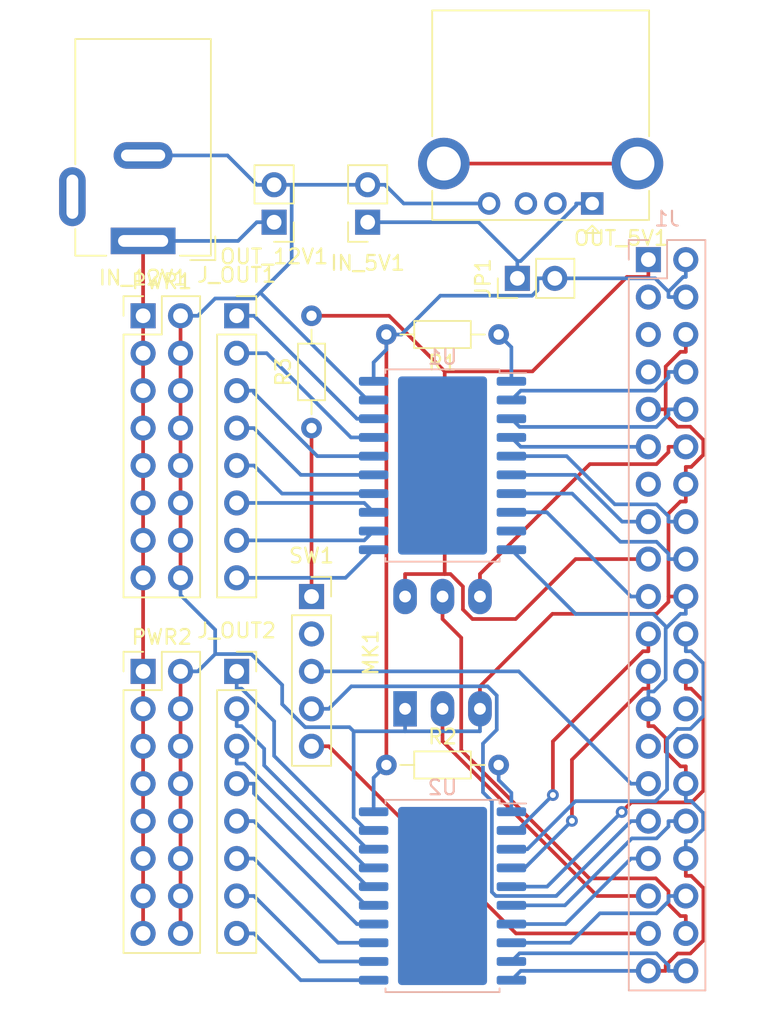
<source format=kicad_pcb>
(kicad_pcb (version 20221018) (generator pcbnew)
  (layers (0 "F.Cu" signal) (31 "B.Cu" signal) (34 "B.Paste" user) (35 "F.Paste" user) (36 "B.SilkS" user "B.Silkscreen") (37 "F.SilkS" user "F.Silkscreen") (38 "B.Mask" user) (39 "F.Mask" user) (44 "Edge.Cuts" user))
  (net 0 "")
  (net 1 "GND")
  (net 2 "Net-(J1-Pad3)")
  (net 3 "VCC")
  (net 4 "Net-(J1-Pad5)")
  (net 5 "/SMI_SD13")
  (net 6 "/I2S_SD")
  (net 7 "/SEL_MODE3")
  (net 8 "/SMI_SD8")
  (net 9 "/I2S_WS")
  (net 10 "/SMI_SD5")
  (net 11 "/SMI_SD4")
  (net 12 "/SEL_MODE2")
  (net 13 "/SEL_MODE1")
  (net 14 "/SMI_SD0")
  (net 15 "/SMI_SD3")
  (net 16 "/SMI_SD17")
  (net 17 "/SMI_SD1")
  (net 18 "/SMI_SD2")
  (net 19 "/SMI_SD16")
  (net 20 "+3V3")
  (net 21 "/SMI_SD15")
  (net 22 "/SMI_SD14")
  (net 23 "/I2S_CLK")
  (net 24 "/SMI_SD9")
  (net 25 "/SMI_SD7")
  (net 26 "/SMI_SD6")
  (net 27 "+5V")
  (net 28 "+12V")
  (net 29 "Net-(R3-Pad1)")
  (net 30 "/SEL_MODE0")
  (net 31 "Net-(J1-Pad7)")
  (net 32 "Net-(J1-Pad13)")
  (net 33 "Net-(J1-Pad26)")
  (net 34 "Net-(J1-Pad27)")
  (net 35 "Net-(J1-Pad28)")
  (net 36 "Net-(J_OUT1-Pad1)")
  (net 37 "Net-(J_OUT1-Pad2)")
  (net 38 "Net-(J_OUT1-Pad3)")
  (net 39 "Net-(J_OUT1-Pad4)")
  (net 40 "Net-(J_OUT1-Pad5)")
  (net 41 "Net-(J_OUT1-Pad6)")
  (net 42 "Net-(J_OUT1-Pad7)")
  (net 43 "Net-(J_OUT1-Pad8)")
  (net 44 "Net-(J_OUT2-Pad1)")
  (net 45 "Net-(J_OUT2-Pad2)")
  (net 46 "Net-(J_OUT2-Pad3)")
  (net 47 "Net-(J_OUT2-Pad4)")
  (net 48 "Net-(J_OUT2-Pad5)")
  (net 49 "Net-(J_OUT2-Pad6)")
  (net 50 "Net-(J_OUT2-Pad7)")
  (net 51 "Net-(J_OUT2-Pad8)")
  (net 52 "Net-(OUT_5V1-Pad3)")
  (net 53 "Net-(OUT_5V1-Pad2)")
  (net 54 "Net-(OUT_5V1-Pad5)")
  (net 55 "Net-(R1-Pad1)")
  (net 56 "Net-(R2-Pad2)")
  (net 57 "Net-(U1-Pad9)")
  (footprint "Connector_USB:USB_A_CONNFLY_DS1095-WNR0" (layer "F.Cu") (at 133.35 92.71 180)
    (fp_text reference "OUT_5V1")
    (fp_text value "USB_A")
  )
  (footprint "Connector_PinSocket_2.54mm:PinSocket_1x02_P2.54mm_Vertical" (layer "F.Cu") (at 118.11 93.98 180)
    (fp_text reference "IN_5V1")
    (fp_text value "Conn_01x02_Female")
  )
  (footprint "Connector_PinHeader_2.54mm:PinHeader_1x02_P2.54mm_Vertical" (layer "F.Cu") (at 111.76 93.98 180)
    (fp_text reference "OUT_12V1")
    (fp_text value "Conn_01x02_Male")
  )
  (footprint "Connector_BarrelJack:BarrelJack_Wuerth_6941xx301002" (layer "F.Cu") (at 102.87 95.25 180)
    (fp_text reference "IN_12V1")
    (fp_text value "Jack-DC")
  )
  (footprint "LedBarsHat:Led_Power_Bus" (layer "F.Cu") (at 102.87 124.46)
    (fp_text reference "PWR2")
    (fp_text value "Conn_02x08_Row_Letter_Last")
  )
  (footprint "LedBarsHat:Led_Signal_Bus" (layer "F.Cu") (at 109.22 100.33)
    (fp_text reference "J_OUT1")
    (fp_text value "Conn_01x08_Female")
  )
  (footprint "LedBarsHat:Led_Signal_Bus" (layer "F.Cu") (at 109.22 124.46)
    (fp_text reference "J_OUT2")
    (fp_text value "Conn_01x08_Female")
  )
  (footprint "LedBarsHat:Led_Power_Bus" (layer "F.Cu") (at 102.87 100.33)
    (fp_text reference "PWR1")
    (fp_text value "Conn_02x08_Row_Letter_Last")
  )
  (footprint "Connector_PinHeader_2.54mm:PinHeader_1x02_P2.54mm_Vertical" (layer "F.Cu") (at 128.27 97.79 90)
    (fp_text reference "JP1")
    (fp_text value "Jumper")
  )
  (footprint "LedBarsHat:I2S_MEMS_Microphone" (layer "F.Cu") (at 120.65 127 90)
    (fp_text reference "MK1")
    (fp_text value "MP45DT02")
  )
  (footprint "Resistor_THT:R_Axial_DIN0204_L3.6mm_D1.6mm_P7.62mm_Horizontal" (layer "F.Cu") (at 119.38 130.81)
    (fp_text reference "R2")
    (fp_text value "R")
  )
  (footprint "Resistor_THT:R_Axial_DIN0204_L3.6mm_D1.6mm_P7.62mm_Horizontal" (layer "F.Cu") (at 127 101.6 180)
    (fp_text reference "R1")
    (fp_text value "R")
  )
  (footprint "Resistor_THT:R_Axial_DIN0204_L3.6mm_D1.6mm_P7.62mm_Horizontal" (layer "F.Cu") (at 114.3 107.95 90)
    (fp_text reference "R3")
    (fp_text value "R")
  )
  (footprint "Connector_PinSocket_2.54mm:PinSocket_1x05_P2.54mm_Vertical" (layer "F.Cu") (at 114.3 119.38)
    (fp_text reference "SW1")
    (fp_text value "SW_Coded")
  )
  (footprint "Connector_PinSocket_2.54mm:PinSocket_2x20_P2.54mm_Vertical" (layer "B.Cu") (at 137.16 96.52 180)
    (fp_text reference "J1")
    (fp_text value "Raspberry_Pi_2_3")
  )
  (footprint "Package_SO:SO-20-1EP_7.52x12.825mm_P1.27mm_EP6.045x12.09mm_Mask3.56x4.47mm" (layer "B.Cu") (at 123.19 139.7 180)
    (fp_text reference "U2")
    (fp_text value "74HCT245")
  )
  (footprint "Package_SO:SO-20-1EP_7.52x12.825mm_P1.27mm_EP6.045x12.09mm_Mask3.56x4.47mm" (layer "B.Cu") (at 123.19 110.49 180)
    (fp_text reference "U1")
    (fp_text value "74HCT245")
  )
  (segment (start 138.525 119.747) (end 138.525 119.38) (width 0.25) (layer "F.Cu") (net 1))
  (segment (start 105.41 142.24) (end 105.41 139.7) (width 0.25) (layer "F.Cu") (net 1))
  (segment (start 105.41 113.03) (end 105.41 110.49) (width 0.25) (layer "F.Cu") (net 1))
  (segment (start 137.717 120.555) (end 138.525 119.747) (width 0.25) (layer "F.Cu") (net 1))
  (segment (start 140.002 107.855) (end 139.143 107.855) (width 0.25) (layer "F.Cu") (net 1))
  (segment (start 140.887 108.741) (end 140.002 107.855) (width 0.25) (layer "F.Cu") (net 1))
  (segment (start 139.333 112.935) (end 139.7 112.935) (width 0.25) (layer "F.Cu") (net 1))
  (segment (start 139.7 112.935) (end 139.7 111.76) (width 0.25) (layer "F.Cu") (net 1))
  (segment (start 139.333 130.905) (end 138.335 129.907) (width 0.25) (layer "F.Cu") (net 1))
  (segment (start 105.41 132.08) (end 105.41 129.54) (width 0.25) (layer "F.Cu") (net 1))
  (segment (start 140.067 138.335) (end 140.893 139.161) (width 0.25) (layer "F.Cu") (net 1))
  (segment (start 140.887 109.765) (end 140.887 108.741) (width 0.25) (layer "F.Cu") (net 1))
  (segment (start 139.333 102.775) (end 139.7 102.775) (width 0.25) (layer "F.Cu") (net 1))
  (segment (start 139.143 143.605) (end 138.335 144.413) (width 0.25) (layer "F.Cu") (net 1))
  (segment (start 140.067 110.585) (end 140.887 109.765) (width 0.25) (layer "F.Cu") (net 1))
  (segment (start 105.41 134.62) (end 105.41 132.08) (width 0.25) (layer "F.Cu") (net 1))
  (segment (start 130.649 120.555) (end 137.717 120.555) (width 0.25) (layer "F.Cu") (net 1))
  (segment (start 139.7 137.16) (end 139.7 138.335) (width 0.25) (layer "F.Cu") (net 1))
  (segment (start 138.335 106.68) (end 138.335 103.773) (width 0.25) (layer "F.Cu") (net 1))
  (segment (start 139.7 138.335) (end 140.067 138.335) (width 0.25) (layer "F.Cu") (net 1))
  (segment (start 138.335 129.907) (end 138.335 128.983) (width 0.25) (layer "F.Cu") (net 1))
  (segment (start 105.41 110.49) (end 105.41 107.95) (width 0.25) (layer "F.Cu") (net 1))
  (segment (start 138.335 128.983) (end 137.527 128.175) (width 0.25) (layer "F.Cu") (net 1))
  (segment (start 105.41 129.54) (end 105.41 127) (width 0.25) (layer "F.Cu") (net 1))
  (segment (start 137.527 128.175) (end 137.16 128.175) (width 0.25) (layer "F.Cu") (net 1))
  (segment (start 105.41 139.7) (end 105.41 137.16) (width 0.25) (layer "F.Cu") (net 1))
  (segment (start 105.41 137.16) (end 105.41 134.62) (width 0.25) (layer "F.Cu") (net 1))
  (segment (start 138.525 119.38) (end 138.525 113.743) (width 0.25) (layer "F.Cu") (net 1))
  (segment (start 105.41 127) (end 105.41 124.46) (width 0.25) (layer "F.Cu") (net 1))
  (segment (start 138.335 144.413) (end 138.335 144.78) (width 0.25) (layer "F.Cu") (net 1))
  (segment (start 139.7 110.585) (end 140.067 110.585) (width 0.25) (layer "F.Cu") (net 1))
  (segment (start 125.73 125.475) (end 130.649 120.555) (width 0.25) (layer "F.Cu") (net 1))
  (segment (start 140.893 142.721) (end 140.009 143.605) (width 0.25) (layer "F.Cu") (net 1))
  (segment (start 138.335 144.78) (end 137.16 144.78) (width 0.25) (layer "F.Cu") (net 1))
  (segment (start 139.143 107.855) (end 138.335 107.047) (width 0.25) (layer "F.Cu") (net 1))
  (segment (start 105.41 115.57) (end 105.41 113.03) (width 0.25) (layer "F.Cu") (net 1))
  (segment (start 105.41 102.87) (end 105.41 100.33) (width 0.25) (layer "F.Cu") (net 1))
  (segment (start 140.009 143.605) (end 139.143 143.605) (width 0.25) (layer "F.Cu") (net 1))
  (segment (start 139.7 130.905) (end 139.333 130.905) (width 0.25) (layer "F.Cu") (net 1))
  (segment (start 105.41 118.11) (end 105.41 115.57) (width 0.25) (layer "F.Cu") (net 1))
  (segment (start 139.7 102.775) (end 139.7 101.6) (width 0.25) (layer "F.Cu") (net 1))
  (segment (start 105.41 105.41) (end 105.41 102.87) (width 0.25) (layer "F.Cu") (net 1))
  (segment (start 137.16 106.68) (end 138.335 106.68) (width 0.25) (layer "F.Cu") (net 1))
  (segment (start 139.7 111.76) (end 139.7 110.585) (width 0.25) (layer "F.Cu") (net 1))
  (segment (start 105.41 107.95) (end 105.41 105.41) (width 0.25) (layer "F.Cu") (net 1))
  (segment (start 138.335 103.773) (end 139.333 102.775) (width 0.25) (layer "F.Cu") (net 1))
  (segment (start 138.335 107.047) (end 138.335 106.68) (width 0.25) (layer "F.Cu") (net 1))
  (segment (start 139.7 119.38) (end 138.525 119.38) (width 0.25) (layer "F.Cu") (net 1))
  (segment (start 139.7 132.08) (end 139.7 130.905) (width 0.25) (layer "F.Cu") (net 1))
  (segment (start 137.16 128.175) (end 137.16 127) (width 0.25) (layer "F.Cu") (net 1))
  (segment (start 125.73 127) (end 125.73 125.475) (width 0.25) (layer "F.Cu") (net 1))
  (segment (start 140.893 139.161) (end 140.893 142.721) (width 0.25) (layer "F.Cu") (net 1))
  (segment (start 138.525 113.743) (end 139.333 112.935) (width 0.25) (layer "F.Cu") (net 1))
  (segment (start 102.87 89.45) (end 108.595 89.45) (width 0.25) (layer "B.Cu") (net 1))
  (segment (start 137.16 125.825) (end 137.527 125.825) (width 0.25) (layer "B.Cu") (net 1))
  (segment (start 139.7 119.38) (end 139.7 120.555) (width 0.25) (layer "B.Cu") (net 1))
  (segment (start 105.41 124.46) (end 106.585 124.46) (width 0.25) (layer "B.Cu") (net 1))
  (segment (start 140.875 134.063) (end 140.875 135.177) (width 0.25) (layer "B.Cu") (net 1))
  (segment (start 110.211 123.285) (end 112.308 125.381) (width 0.25) (layer "B.Cu") (net 1))
  (segment (start 105.41 119.285) (end 107.761 121.636) (width 0.25) (layer "B.Cu") (net 1))
  (segment (start 112.308 126.685) (end 113.869 128.246) (width 0.25) (layer "B.Cu") (net 1))
  (segment (start 117.156 128.525) (end 120.65 128.525) (width 0.25) (layer "B.Cu") (net 1))
  (segment (start 138.408 121.48) (end 137.494 120.566) (width 0.25) (layer "B.Cu") (net 1))
  (segment (start 116.877 128.246) (end 117.156 128.525) (width 0.25) (layer "B.Cu") (net 1))
  (segment (start 120.555 92.71) (end 119.285 91.44) (width 0.25) (layer "B.Cu") (net 1))
  (segment (start 118.038 135.255) (end 118.515 135.255) (width 0.25) (layer "B.Cu") (net 1))
  (segment (start 140.875 135.177) (end 140.067 135.985) (width 0.25) (layer "B.Cu") (net 1))
  (segment (start 106.585 100.33) (end 107.761 99.1546) (width 0.25) (layer "B.Cu") (net 1))
  (segment (start 132.226 120.566) (end 127.865 116.205) (width 0.25) (layer "B.Cu") (net 1))
  (segment (start 138.335 125.017) (end 138.335 121.553) (width 0.25) (layer "B.Cu") (net 1))
  (segment (start 137.527 125.825) (end 138.335 125.017) (width 0.25) (layer "B.Cu") (net 1))
  (segment (start 110.417 99.1546) (end 110.816 98.7557) (width 0.25) (layer "B.Cu") (net 1))
  (segment (start 106.585 124.46) (end 107.761 123.285) (width 0.25) (layer "B.Cu") (net 1))
  (segment (start 112.951 91.44) (end 111.76 91.44) (width 0.25) (layer "B.Cu") (net 1))
  (segment (start 105.41 100.33) (end 106.585 100.33) (width 0.25) (layer "B.Cu") (net 1))
  (segment (start 125.73 128.525) (end 125.73 127) (width 0.25) (layer "B.Cu") (net 1))
  (segment (start 128.5 144.78) (end 127.865 145.415) (width 0.25) (layer "B.Cu") (net 1))
  (segment (start 137.494 120.566) (end 132.226 120.566) (width 0.25) (layer "B.Cu") (net 1))
  (segment (start 126.35 92.71) (end 120.555 92.71) (width 0.25) (layer "B.Cu") (net 1))
  (segment (start 117.156 128.525) (end 117.156 134.373) (width 0.25) (layer "B.Cu") (net 1))
  (segment (start 139.333 120.555) (end 138.408 121.48) (width 0.25) (layer "B.Cu") (net 1))
  (segment (start 108.595 89.45) (end 110.585 91.44) (width 0.25) (layer "B.Cu") (net 1))
  (segment (start 139.7 120.555) (end 139.333 120.555) (width 0.25) (layer "B.Cu") (net 1))
  (segment (start 138.335 121.553) (end 138.408 121.48) (width 0.25) (layer "B.Cu") (net 1))
  (segment (start 119.285 91.44) (end 118.11 91.44) (width 0.25) (layer "B.Cu") (net 1))
  (segment (start 107.761 121.636) (end 107.761 123.285) (width 0.25) (layer "B.Cu") (net 1))
  (segment (start 112.951 91.44) (end 118.11 91.44) (width 0.25) (layer "B.Cu") (net 1))
  (segment (start 139.7 135.985) (end 139.7 137.16) (width 0.25) (layer "B.Cu") (net 1))
  (segment (start 112.308 125.381) (end 112.308 126.685) (width 0.25) (layer "B.Cu") (net 1))
  (segment (start 120.65 128.525) (end 125.73 128.525) (width 0.25) (layer "B.Cu") (net 1))
  (segment (start 110.585 91.44) (end 111.76 91.44) (width 0.25) (layer "B.Cu") (net 1))
  (segment (start 113.869 128.246) (end 116.877 128.246) (width 0.25) (layer "B.Cu") (net 1))
  (segment (start 107.761 123.285) (end 110.211 123.285) (width 0.25) (layer "B.Cu") (net 1))
  (segment (start 107.761 99.1546) (end 110.417 99.1546) (width 0.25) (layer "B.Cu") (net 1))
  (segment (start 105.41 118.11) (end 105.41 119.285) (width 0.25) (layer "B.Cu") (net 1))
  (segment (start 140.067 133.255) (end 140.875 134.063) (width 0.25) (layer "B.Cu") (net 1))
  (segment (start 110.816 98.7557) (end 118.106 106.045) (width 0.25) (layer "B.Cu") (net 1))
  (segment (start 110.816 98.7557) (end 112.951 96.6214) (width 0.25) (layer "B.Cu") (net 1))
  (segment (start 139.7 132.08) (end 139.7 133.255) (width 0.25) (layer "B.Cu") (net 1))
  (segment (start 139.7 133.255) (end 140.067 133.255) (width 0.25) (layer "B.Cu") (net 1))
  (segment (start 137.16 144.78) (end 128.5 144.78) (width 0.25) (layer "B.Cu") (net 1))
  (segment (start 117.156 134.373) (end 118.038 135.255) (width 0.25) (layer "B.Cu") (net 1))
  (segment (start 140.067 135.985) (end 139.7 135.985) (width 0.25) (layer "B.Cu") (net 1))
  (segment (start 112.951 96.6214) (end 112.951 91.44) (width 0.25) (layer "B.Cu") (net 1))
  (segment (start 137.16 127) (end 137.16 125.825) (width 0.25) (layer "B.Cu") (net 1))
  (segment (start 120.65 127) (end 120.65 128.525) (width 0.25) (layer "B.Cu") (net 1))
  (segment (start 118.106 106.045) (end 118.515 106.045) (width 0.25) (layer "B.Cu") (net 1))
  (segment (start 133.35 92.71) (end 132.263 92.71) (width 0.25) (layer "B.Cu") (net 3))
  (segment (start 132.263 92.71) (end 132.263 92.8459) (width 0.25) (layer "B.Cu") (net 3))
  (segment (start 118.11 93.98) (end 125.635 93.98) (width 0.25) (layer "B.Cu") (net 3))
  (segment (start 128.494 96.6147) (end 128.27 96.6147) (width 0.25) (layer "B.Cu") (net 3))
  (segment (start 128.27 97.79) (end 128.27 96.6147) (width 0.25) (layer "B.Cu") (net 3))
  (segment (start 132.263 92.8459) (end 128.494 96.6147) (width 0.25) (layer "B.Cu") (net 3))
  (segment (start 125.635 93.98) (end 128.27 96.6147) (width 0.25) (layer "B.Cu") (net 3))
  (segment (start 138.525 144.78) (end 138.525 144.413) (width 0.25) (layer "B.Cu") (net 5))
  (segment (start 139.7 144.78) (end 138.525 144.78) (width 0.25) (layer "B.Cu") (net 5))
  (segment (start 138.525 144.413) (end 137.701 143.589) (width 0.25) (layer "B.Cu") (net 5))
  (segment (start 128.421 143.589) (end 127.865 144.145) (width 0.25) (layer "B.Cu") (net 5))
  (segment (start 137.701 143.589) (end 128.421 143.589) (width 0.25) (layer "B.Cu") (net 5))
  (segment (start 133.157 138.508) (end 124.46 129.81) (width 0.25) (layer "F.Cu") (net 6))
  (segment (start 139.333 141.065) (end 138.525 140.257) (width 0.25) (layer "F.Cu") (net 6))
  (segment (start 124.46 129.81) (end 124.46 122.175) (width 0.25) (layer "F.Cu") (net 6))
  (segment (start 139.7 141.065) (end 139.333 141.065) (width 0.25) (layer "F.Cu") (net 6))
  (segment (start 139.7 142.24) (end 139.7 141.065) (width 0.25) (layer "F.Cu") (net 6))
  (segment (start 138.525 139.364) (end 137.669 138.508) (width 0.25) (layer "F.Cu") (net 6))
  (segment (start 137.669 138.508) (end 133.157 138.508) (width 0.25) (layer "F.Cu") (net 6))
  (segment (start 123.19 120.905) (end 123.19 119.38) (width 0.25) (layer "F.Cu") (net 6))
  (segment (start 124.46 122.175) (end 123.19 120.905) (width 0.25) (layer "F.Cu") (net 6))
  (segment (start 138.525 140.257) (end 138.525 139.364) (width 0.25) (layer "F.Cu") (net 6))
  (segment (start 115.475 129.54) (end 128.175 142.24) (width 0.25) (layer "F.Cu") (net 7))
  (segment (start 114.3 129.54) (end 115.475 129.54) (width 0.25) (layer "F.Cu") (net 7))
  (segment (start 128.175 142.24) (end 137.16 142.24) (width 0.25) (layer "F.Cu") (net 7))
  (segment (start 138.525 139.7) (end 138.525 140.067) (width 0.25) (layer "B.Cu") (net 8))
  (segment (start 139.7 139.7) (end 138.525 139.7) (width 0.25) (layer "B.Cu") (net 8))
  (segment (start 131.87 142.875) (end 127.865 142.875) (width 0.25) (layer "B.Cu") (net 8))
  (segment (start 137.717 140.875) (end 133.87 140.875) (width 0.25) (layer "B.Cu") (net 8))
  (segment (start 138.525 140.067) (end 137.717 140.875) (width 0.25) (layer "B.Cu") (net 8))
  (segment (start 133.87 140.875) (end 131.87 142.875) (width 0.25) (layer "B.Cu") (net 8))
  (segment (start 123.19 129.2) (end 123.19 127) (width 0.25) (layer "F.Cu") (net 9))
  (segment (start 137.16 139.7) (end 133.69 139.7) (width 0.25) (layer "F.Cu") (net 9))
  (segment (start 133.69 139.7) (end 123.19 129.2) (width 0.25) (layer "F.Cu") (net 9))
  (segment (start 131.54 141.605) (end 135.985 137.16) (width 0.25) (layer "B.Cu") (net 10))
  (segment (start 135.985 137.16) (end 137.16 137.16) (width 0.25) (layer "B.Cu") (net 10))
  (segment (start 127.865 141.605) (end 131.54 141.605) (width 0.25) (layer "B.Cu") (net 10))
  (segment (start 136.037 135.795) (end 131.498 140.335) (width 0.25) (layer "B.Cu") (net 11))
  (segment (start 131.498 140.335) (end 127.865 140.335) (width 0.25) (layer "B.Cu") (net 11))
  (segment (start 138.525 134.987) (end 137.717 135.795) (width 0.25) (layer "B.Cu") (net 11))
  (segment (start 139.7 134.62) (end 138.525 134.62) (width 0.25) (layer "B.Cu") (net 11))
  (segment (start 138.525 134.62) (end 138.525 134.987) (width 0.25) (layer "B.Cu") (net 11))
  (segment (start 137.717 135.795) (end 136.037 135.795) (width 0.25) (layer "B.Cu") (net 11))
  (segment (start 135.985 134.62) (end 130.905 139.7) (width 0.25) (layer "B.Cu") (net 12))
  (segment (start 125.935 132.662) (end 125.935 129.358) (width 0.25) (layer "B.Cu") (net 12))
  (segment (start 125.935 129.358) (end 126.869 128.424) (width 0.25) (layer "B.Cu") (net 12))
  (segment (start 117.001 125.475) (end 115.475 127) (width 0.25) (layer "B.Cu") (net 12))
  (segment (start 130.905 139.7) (end 126.809 139.7) (width 0.25) (layer "B.Cu") (net 12))
  (segment (start 126.869 128.424) (end 126.869 126.094) (width 0.25) (layer "B.Cu") (net 12))
  (segment (start 137.16 134.62) (end 135.985 134.62) (width 0.25) (layer "B.Cu") (net 12))
  (segment (start 126.539 139.43) (end 126.539 133.265) (width 0.25) (layer "B.Cu") (net 12))
  (segment (start 126.869 126.094) (end 126.25 125.475) (width 0.25) (layer "B.Cu") (net 12))
  (segment (start 126.25 125.475) (end 117.001 125.475) (width 0.25) (layer "B.Cu") (net 12))
  (segment (start 126.809 139.7) (end 126.539 139.43) (width 0.25) (layer "B.Cu") (net 12))
  (segment (start 115.475 127) (end 114.3 127) (width 0.25) (layer "B.Cu") (net 12))
  (segment (start 126.539 133.265) (end 125.935 132.662) (width 0.25) (layer "B.Cu") (net 12))
  (segment (start 128.365 124.46) (end 114.3 124.46) (width 0.25) (layer "B.Cu") (net 13))
  (segment (start 135.985 132.08) (end 128.365 124.46) (width 0.25) (layer "B.Cu") (net 13))
  (segment (start 137.16 132.08) (end 135.985 132.08) (width 0.25) (layer "B.Cu") (net 13))
  (segment (start 140.889 126.457) (end 140.889 132.557) (width 0.25) (layer "F.Cu") (net 14))
  (segment (start 139.7 124.46) (end 139.7 125.635) (width 0.25) (layer "F.Cu") (net 14))
  (segment (start 140.067 125.635) (end 140.889 126.457) (width 0.25) (layer "F.Cu") (net 14))
  (segment (start 136.002 133.35) (end 135.35 134.002) (width 0.25) (layer "F.Cu") (net 14))
  (segment (start 139.7 125.635) (end 140.067 125.635) (width 0.25) (layer "F.Cu") (net 14))
  (segment (start 140.889 132.557) (end 140.096 133.35) (width 0.25) (layer "F.Cu") (net 14))
  (segment (start 140.096 133.35) (end 136.002 133.35) (width 0.25) (layer "F.Cu") (net 14))
  (via (at 135.35 134.002) (size 0.8) (drill 0.4) (layers "F.Cu" "B.Cu") (net 14))
  (segment (start 127.865 139.065) (end 130.287 139.065) (width 0.25) (layer "B.Cu") (net 14))
  (segment (start 130.287 139.065) (end 135.35 134.002) (width 0.25) (layer "B.Cu") (net 14))
  (segment (start 137.16 124.46) (end 137.16 125.635) (width 0.25) (layer "F.Cu") (net 15))
  (segment (start 136.793 125.635) (end 131.972 130.456) (width 0.25) (layer "F.Cu") (net 15))
  (segment (start 137.16 125.635) (end 136.793 125.635) (width 0.25) (layer "F.Cu") (net 15))
  (segment (start 131.972 130.456) (end 131.972 134.6) (width 0.25) (layer "F.Cu") (net 15))
  (via (at 131.972 134.6) (size 0.8) (drill 0.4) (layers "F.Cu" "B.Cu") (net 15))
  (segment (start 131.972 134.6) (end 128.777 137.795) (width 0.25) (layer "B.Cu") (net 15))
  (segment (start 128.777 137.795) (end 127.865 137.795) (width 0.25) (layer "B.Cu") (net 15))
  (segment (start 132.209 133.267) (end 128.951 136.525) (width 0.25) (layer "B.Cu") (net 16))
  (segment (start 138.43 129.056) (end 138.43 132.475) (width 0.25) (layer "B.Cu") (net 16))
  (segment (start 140.067 123.095) (end 140.893 123.921) (width 0.25) (layer "B.Cu") (net 16))
  (segment (start 139.7 123.095) (end 140.067 123.095) (width 0.25) (layer "B.Cu") (net 16))
  (segment (start 139.7 121.92) (end 139.7 123.095) (width 0.25) (layer "B.Cu") (net 16))
  (segment (start 139.121 128.365) (end 138.43 129.056) (width 0.25) (layer "B.Cu") (net 16))
  (segment (start 140.893 127.481) (end 140.009 128.365) (width 0.25) (layer "B.Cu") (net 16))
  (segment (start 140.009 128.365) (end 139.121 128.365) (width 0.25) (layer "B.Cu") (net 16))
  (segment (start 128.951 136.525) (end 127.865 136.525) (width 0.25) (layer "B.Cu") (net 16))
  (segment (start 138.43 132.475) (end 137.638 133.267) (width 0.25) (layer "B.Cu") (net 16))
  (segment (start 137.638 133.267) (end 132.209 133.267) (width 0.25) (layer "B.Cu") (net 16))
  (segment (start 140.893 123.921) (end 140.893 127.481) (width 0.25) (layer "B.Cu") (net 16))
  (segment (start 137.16 123.095) (end 136.793 123.095) (width 0.25) (layer "F.Cu") (net 17))
  (segment (start 136.793 123.095) (end 130.681 129.207) (width 0.25) (layer "F.Cu") (net 17))
  (segment (start 137.16 121.92) (end 137.16 123.095) (width 0.25) (layer "F.Cu") (net 17))
  (segment (start 130.681 129.207) (end 130.681 132.85) (width 0.25) (layer "F.Cu") (net 17))
  (via (at 130.681 132.85) (size 0.8) (drill 0.4) (layers "F.Cu" "B.Cu") (net 17))
  (segment (start 128.276 135.255) (end 127.865 135.255) (width 0.25) (layer "B.Cu") (net 17))
  (segment (start 130.681 132.85) (end 128.276 135.255) (width 0.25) (layer "B.Cu") (net 17))
  (segment (start 137.16 119.38) (end 135.985 119.38) (width 0.25) (layer "B.Cu") (net 18))
  (segment (start 130.27 113.665) (end 127.865 113.665) (width 0.25) (layer "B.Cu") (net 18))
  (segment (start 135.985 119.38) (end 130.27 113.665) (width 0.25) (layer "B.Cu") (net 18))
  (segment (start 138.525 116.473) (end 137.717 115.665) (width 0.25) (layer "B.Cu") (net 19))
  (segment (start 139.7 116.84) (end 138.525 116.84) (width 0.25) (layer "B.Cu") (net 19))
  (segment (start 137.717 115.665) (end 135.261 115.665) (width 0.25) (layer "B.Cu") (net 19))
  (segment (start 138.525 116.84) (end 138.525 116.473) (width 0.25) (layer "B.Cu") (net 19))
  (segment (start 131.991 112.395) (end 127.865 112.395) (width 0.25) (layer "B.Cu") (net 19))
  (segment (start 135.261 115.665) (end 131.991 112.395) (width 0.25) (layer "B.Cu") (net 19))
  (segment (start 123.73 117.855) (end 123.338 117.855) (width 0.25) (layer "F.Cu") (net 20))
  (segment (start 123.338 104.104) (end 123.338 117.855) (width 0.25) (layer "F.Cu") (net 20))
  (segment (start 119.564 100.33) (end 123.338 104.104) (width 0.25) (layer "F.Cu") (net 20))
  (segment (start 137.16 96.52) (end 137.16 97.6953) (width 0.25) (layer "F.Cu") (net 20))
  (segment (start 137.16 116.84) (end 132.22 116.84) (width 0.25) (layer "F.Cu") (net 20))
  (segment (start 137.16 97.6953) (end 135.702 97.6953) (width 0.25) (layer "F.Cu") (net 20))
  (segment (start 125.222 120.905) (end 124.575 120.259) (width 0.25) (layer "F.Cu") (net 20))
  (segment (start 120.65 119.38) (end 120.65 117.855) (width 0.25) (layer "F.Cu") (net 20))
  (segment (start 124.575 120.259) (end 124.575 118.7) (width 0.25) (layer "F.Cu") (net 20))
  (segment (start 124.575 118.7) (end 123.73 117.855) (width 0.25) (layer "F.Cu") (net 20))
  (segment (start 129.294 104.104) (end 123.338 104.104) (width 0.25) (layer "F.Cu") (net 20))
  (segment (start 132.22 116.84) (end 128.155 120.905) (width 0.25) (layer "F.Cu") (net 20))
  (segment (start 135.702 97.6953) (end 129.294 104.104) (width 0.25) (layer "F.Cu") (net 20))
  (segment (start 120.65 117.855) (end 123.338 117.855) (width 0.25) (layer "F.Cu") (net 20))
  (segment (start 128.155 120.905) (end 125.222 120.905) (width 0.25) (layer "F.Cu") (net 20))
  (segment (start 114.3 100.33) (end 119.564 100.33) (width 0.25) (layer "F.Cu") (net 20))
  (segment (start 127.407 109.855) (end 127.865 109.855) (width 0.25) (layer "B.Cu") (net 21))
  (segment (start 138.5247 113.9326) (end 138.5247 114.3) (width 0.25) (layer "B.Cu") (net 21))
  (segment (start 134.8847 113.1247) (end 137.7168 113.1247) (width 0.25) (layer "B.Cu") (net 21))
  (segment (start 137.7168 113.1247) (end 138.5247 113.9326) (width 0.25) (layer "B.Cu") (net 21))
  (segment (start 127.865 109.855) (end 131.615 109.855) (width 0.25) (layer "B.Cu") (net 21))
  (segment (start 139.7 114.3) (end 138.5247 114.3) (width 0.25) (layer "B.Cu") (net 21))
  (segment (start 131.615 109.855) (end 134.8847 113.1247) (width 0.25) (layer "B.Cu") (net 21))
  (segment (start 132.2039 111.125) (end 127.865 111.125) (width 0.25) (layer "B.Cu") (net 22))
  (segment (start 135.3789 114.3) (end 132.2039 111.125) (width 0.25) (layer "B.Cu") (net 22))
  (segment (start 137.16 114.3) (end 135.3789 114.3) (width 0.25) (layer "B.Cu") (net 22))
  (segment (start 137.717 110.395) (end 133.189 110.395) (width 0.25) (layer "F.Cu") (net 23))
  (segment (start 125.73 117.855) (end 125.73 119.38) (width 0.25) (layer "F.Cu") (net 23))
  (segment (start 133.189 110.395) (end 125.73 117.855) (width 0.25) (layer "F.Cu") (net 23))
  (segment (start 138.525 109.22) (end 138.525 109.587) (width 0.25) (layer "F.Cu") (net 23))
  (segment (start 138.525 109.587) (end 137.717 110.395) (width 0.25) (layer "F.Cu") (net 23))
  (segment (start 139.7 109.22) (end 138.525 109.22) (width 0.25) (layer "F.Cu") (net 23))
  (segment (start 128.5 109.22) (end 127.865 108.585) (width 0.25) (layer "B.Cu") (net 24))
  (segment (start 137.16 109.22) (end 128.5 109.22) (width 0.25) (layer "B.Cu") (net 24))
  (segment (start 138.525 106.68) (end 138.525 107.047) (width 0.25) (layer "B.Cu") (net 25))
  (segment (start 128.42 107.87) (end 127.865 107.315) (width 0.25) (layer "B.Cu") (net 25))
  (segment (start 138.525 107.047) (end 137.702 107.87) (width 0.25) (layer "B.Cu") (net 25))
  (segment (start 137.702 107.87) (end 128.42 107.87) (width 0.25) (layer "B.Cu") (net 25))
  (segment (start 139.7 106.68) (end 138.525 106.68) (width 0.25) (layer "B.Cu") (net 25))
  (segment (start 137.622 105.41) (end 128.5 105.41) (width 0.25) (layer "B.Cu") (net 26))
  (segment (start 128.5 105.41) (end 127.865 106.045) (width 0.25) (layer "B.Cu") (net 26))
  (segment (start 139.7 104.14) (end 138.525 104.14) (width 0.25) (layer "B.Cu") (net 26))
  (segment (start 138.525 104.14) (end 138.525 104.507) (width 0.25) (layer "B.Cu") (net 26))
  (segment (start 138.525 104.507) (end 137.622 105.41) (width 0.25) (layer "B.Cu") (net 26))
  (segment (start 119.38 130.81) (end 119.38 101.6) (width 0.25) (layer "F.Cu") (net 27))
  (segment (start 119.38 101.6) (end 120.405 101.6) (width 0.25) (layer "B.Cu") (net 27))
  (segment (start 130.81 97.79) (end 137.622 97.79) (width 0.25) (layer "B.Cu") (net 27))
  (segment (start 129.268 98.9653) (end 129.635 98.5981) (width 0.25) (layer "B.Cu") (net 27))
  (segment (start 118.515 131.675) (end 118.515 133.985) (width 0.25) (layer "B.Cu") (net 27))
  (segment (start 120.405 101.6) (end 123.04 98.9653) (width 0.25) (layer "B.Cu") (net 27))
  (segment (start 129.635 98.5981) (end 129.635 97.79) (width 0.25) (layer "B.Cu") (net 27))
  (segment (start 119.38 130.81) (end 118.515 131.675) (width 0.25) (layer "B.Cu") (net 27))
  (segment (start 139.7 97.6953) (end 139.522 97.6953) (width 0.25) (layer "B.Cu") (net 27))
  (segment (start 118.515 103.49) (end 118.515 104.775) (width 0.25) (layer "B.Cu") (net 27))
  (segment (start 129.635 97.79) (end 130.81 97.79) (width 0.25) (layer "B.Cu") (net 27))
  (segment (start 119.38 101.6) (end 119.38 102.625) (width 0.25) (layer "B.Cu") (net 27))
  (segment (start 139.7 96.52) (end 139.7 97.6953) (width 0.25) (layer "B.Cu") (net 27))
  (segment (start 119.38 102.625) (end 118.515 103.49) (width 0.25) (layer "B.Cu") (net 27))
  (segment (start 137.622 97.79) (end 138.525 98.6927) (width 0.25) (layer "B.Cu") (net 27))
  (segment (start 123.04 98.9653) (end 129.268 98.9653) (width 0.25) (layer "B.Cu") (net 27))
  (segment (start 139.522 97.6953) (end 138.525 98.6927) (width 0.25) (layer "B.Cu") (net 27))
  (segment (start 138.525 99.06) (end 138.525 98.6927) (width 0.25) (layer "B.Cu") (net 27))
  (segment (start 139.7 99.06) (end 138.525 99.06) (width 0.25) (layer "B.Cu") (net 27))
  (segment (start 102.87 142.24) (end 102.87 139.7) (width 0.25) (layer "F.Cu") (net 28))
  (segment (start 102.87 129.54) (end 102.87 127) (width 0.25) (layer "F.Cu") (net 28))
  (segment (start 102.87 107.95) (end 102.87 105.41) (width 0.25) (layer "F.Cu") (net 28))
  (segment (start 102.87 118.11) (end 102.87 115.57) (width 0.25) (layer "F.Cu") (net 28))
  (segment (start 102.87 139.7) (end 102.87 137.16) (width 0.25) (layer "F.Cu") (net 28))
  (segment (start 102.87 137.16) (end 102.87 134.62) (width 0.25) (layer "F.Cu") (net 28))
  (segment (start 102.87 105.41) (end 102.87 102.87) (width 0.25) (layer "F.Cu") (net 28))
  (segment (start 102.87 134.62) (end 102.87 132.08) (width 0.25) (layer "F.Cu") (net 28))
  (segment (start 102.87 124.46) (end 102.87 127) (width 0.25) (layer "F.Cu") (net 28))
  (segment (start 102.87 102.87) (end 102.87 100.33) (width 0.25) (layer "F.Cu") (net 28))
  (segment (start 102.87 118.11) (end 102.87 124.46) (width 0.25) (layer "F.Cu") (net 28))
  (segment (start 102.87 110.49) (end 102.87 107.95) (width 0.25) (layer "F.Cu") (net 28))
  (segment (start 102.87 132.08) (end 102.87 129.54) (width 0.25) (layer "F.Cu") (net 28))
  (segment (start 102.87 95.25) (end 102.87 100.33) (width 0.25) (layer "F.Cu") (net 28))
  (segment (start 102.87 115.57) (end 102.87 113.03) (width 0.25) (layer "F.Cu") (net 28))
  (segment (start 102.87 113.03) (end 102.87 110.49) (width 0.25) (layer "F.Cu") (net 28))
  (segment (start 110.585 93.98) (end 111.76 93.98) (width 0.25) (layer "B.Cu") (net 28))
  (segment (start 102.87 95.25) (end 109.315 95.25) (width 0.25) (layer "B.Cu") (net 28))
  (segment (start 109.315 95.25) (end 110.585 93.98) (width 0.25) (layer "B.Cu") (net 28))
  (segment (start 114.3 107.95) (end 114.3 119.38) (width 0.25) (layer "F.Cu") (net 29))
  (segment (start 117.38 107.315) (end 118.515 107.315) (width 0.25) (layer "B.Cu") (net 36))
  (segment (start 109.22 100.33) (end 110.395 100.33) (width 0.25) (layer "B.Cu") (net 36))
  (segment (start 110.395 100.33) (end 117.38 107.315) (width 0.25) (layer "B.Cu") (net 36))
  (segment (start 111.26 102.87) (end 116.975 108.585) (width 0.25) (layer "B.Cu") (net 37))
  (segment (start 109.22 102.87) (end 111.26 102.87) (width 0.25) (layer "B.Cu") (net 37))
  (segment (start 116.975 108.585) (end 118.515 108.585) (width 0.25) (layer "B.Cu") (net 37))
  (segment (start 114.693 109.855) (end 118.515 109.855) (width 0.25) (layer "B.Cu") (net 38))
  (segment (start 110.395 105.41) (end 110.395 105.557) (width 0.25) (layer "B.Cu") (net 38))
  (segment (start 110.395 105.557) (end 114.693 109.855) (width 0.25) (layer "B.Cu") (net 38))
  (segment (start 109.22 105.41) (end 110.395 105.41) (width 0.25) (layer "B.Cu") (net 38))
  (segment (start 113.57 111.125) (end 118.515 111.125) (width 0.25) (layer "B.Cu") (net 39))
  (segment (start 110.395 107.95) (end 113.57 111.125) (width 0.25) (layer "B.Cu") (net 39))
  (segment (start 109.22 107.95) (end 110.395 107.95) (width 0.25) (layer "B.Cu") (net 39))
  (segment (start 110.395 110.49) (end 112.3 112.395) (width 0.25) (layer "B.Cu") (net 40))
  (segment (start 112.3 112.395) (end 118.515 112.395) (width 0.25) (layer "B.Cu") (net 40))
  (segment (start 109.22 110.49) (end 110.395 110.49) (width 0.25) (layer "B.Cu") (net 40))
  (segment (start 117.88 113.03) (end 118.515 113.665) (width 0.25) (layer "B.Cu") (net 41))
  (segment (start 109.22 113.03) (end 117.88 113.03) (width 0.25) (layer "B.Cu") (net 41))
  (segment (start 109.22 115.57) (end 117.88 115.57) (width 0.25) (layer "B.Cu") (net 42))
  (segment (start 117.88 115.57) (end 118.515 114.935) (width 0.25) (layer "B.Cu") (net 42))
  (segment (start 109.22 118.11) (end 116.61 118.11) (width 0.25) (layer "B.Cu") (net 43))
  (segment (start 116.61 118.11) (end 118.515 116.205) (width 0.25) (layer "B.Cu") (net 43))
  (segment (start 111.763 130.194) (end 118.094 136.525) (width 0.25) (layer "B.Cu") (net 44))
  (segment (start 109.22 124.46) (end 109.22 125.635) (width 0.25) (layer "B.Cu") (net 44))
  (segment (start 111.763 127.841) (end 111.763 130.194) (width 0.25) (layer "B.Cu") (net 44))
  (segment (start 118.094 136.525) (end 118.515 136.525) (width 0.25) (layer "B.Cu") (net 44))
  (segment (start 109.557 125.635) (end 111.763 127.841) (width 0.25) (layer "B.Cu") (net 44))
  (segment (start 109.22 125.635) (end 109.557 125.635) (width 0.25) (layer "B.Cu") (net 44))
  (segment (start 111.087 130.841) (end 118.041 137.795) (width 0.25) (layer "B.Cu") (net 45))
  (segment (start 109.22 127) (end 109.22 128.175) (width 0.25) (layer "B.Cu") (net 45))
  (segment (start 109.556 128.175) (end 111.087 129.707) (width 0.25) (layer "B.Cu") (net 45))
  (segment (start 109.22 128.175) (end 109.556 128.175) (width 0.25) (layer "B.Cu") (net 45))
  (segment (start 111.087 129.707) (end 111.087 130.841) (width 0.25) (layer "B.Cu") (net 45))
  (segment (start 118.041 137.795) (end 118.515 137.795) (width 0.25) (layer "B.Cu") (net 45))
  (segment (start 109.22 130.715) (end 109.755 130.715) (width 0.25) (layer "B.Cu") (net 46))
  (segment (start 118.105 139.065) (end 118.515 139.065) (width 0.25) (layer "B.Cu") (net 46))
  (segment (start 109.22 129.54) (end 109.22 130.715) (width 0.25) (layer "B.Cu") (net 46))
  (segment (start 109.755 130.715) (end 118.105 139.065) (width 0.25) (layer "B.Cu") (net 46))
  (segment (start 110.395 132.735) (end 117.995 140.335) (width 0.25) (layer "B.Cu") (net 47))
  (segment (start 117.995 140.335) (end 118.515 140.335) (width 0.25) (layer "B.Cu") (net 47))
  (segment (start 109.22 132.08) (end 110.395 132.08) (width 0.25) (layer "B.Cu") (net 47))
  (segment (start 110.395 132.08) (end 110.395 132.735) (width 0.25) (layer "B.Cu") (net 47))
  (segment (start 109.22 134.62) (end 110.395 134.62) (width 0.25) (layer "B.Cu") (net 48))
  (segment (start 117.38 141.605) (end 118.515 141.605) (width 0.25) (layer "B.Cu") (net 48))
  (segment (start 110.395 134.62) (end 117.38 141.605) (width 0.25) (layer "B.Cu") (net 48))
  (segment (start 116.11 142.875) (end 118.515 142.875) (width 0.25) (layer "B.Cu") (net 49))
  (segment (start 109.22 137.16) (end 110.395 137.16) (width 0.25) (layer "B.Cu") (net 49))
  (segment (start 110.395 137.16) (end 116.11 142.875) (width 0.25) (layer "B.Cu") (net 49))
  (segment (start 114.84 144.145) (end 118.515 144.145) (width 0.25) (layer "B.Cu") (net 50))
  (segment (start 110.395 139.7) (end 114.84 144.145) (width 0.25) (layer "B.Cu") (net 50))
  (segment (start 109.22 139.7) (end 110.395 139.7) (width 0.25) (layer "B.Cu") (net 50))
  (segment (start 110.395 142.24) (end 113.57 145.415) (width 0.25) (layer "B.Cu") (net 51))
  (segment (start 113.57 145.415) (end 118.515 145.415) (width 0.25) (layer "B.Cu") (net 51))
  (segment (start 109.22 142.24) (end 110.395 142.24) (width 0.25) (layer "B.Cu") (net 51))
  (segment (start 123.28 90) (end 136.42 90) (width 0.25) (layer "F.Cu") (net 54))
  (segment (start 127.865 102.465) (end 127.865 104.775) (width 0.25) (layer "B.Cu") (net 55))
  (segment (start 127 101.6) (end 127.865 102.465) (width 0.25) (layer "B.Cu") (net 55))
  (segment (start 127 131.835) (end 127.865 132.7) (width 0.25) (layer "B.Cu") (net 56))
  (segment (start 127.865 132.7) (end 127.865 133.985) (width 0.25) (layer "B.Cu") (net 56))
  (segment (start 127 130.81) (end 127 131.835) (width 0.25) (layer "B.Cu") (net 56))
)
</source>
